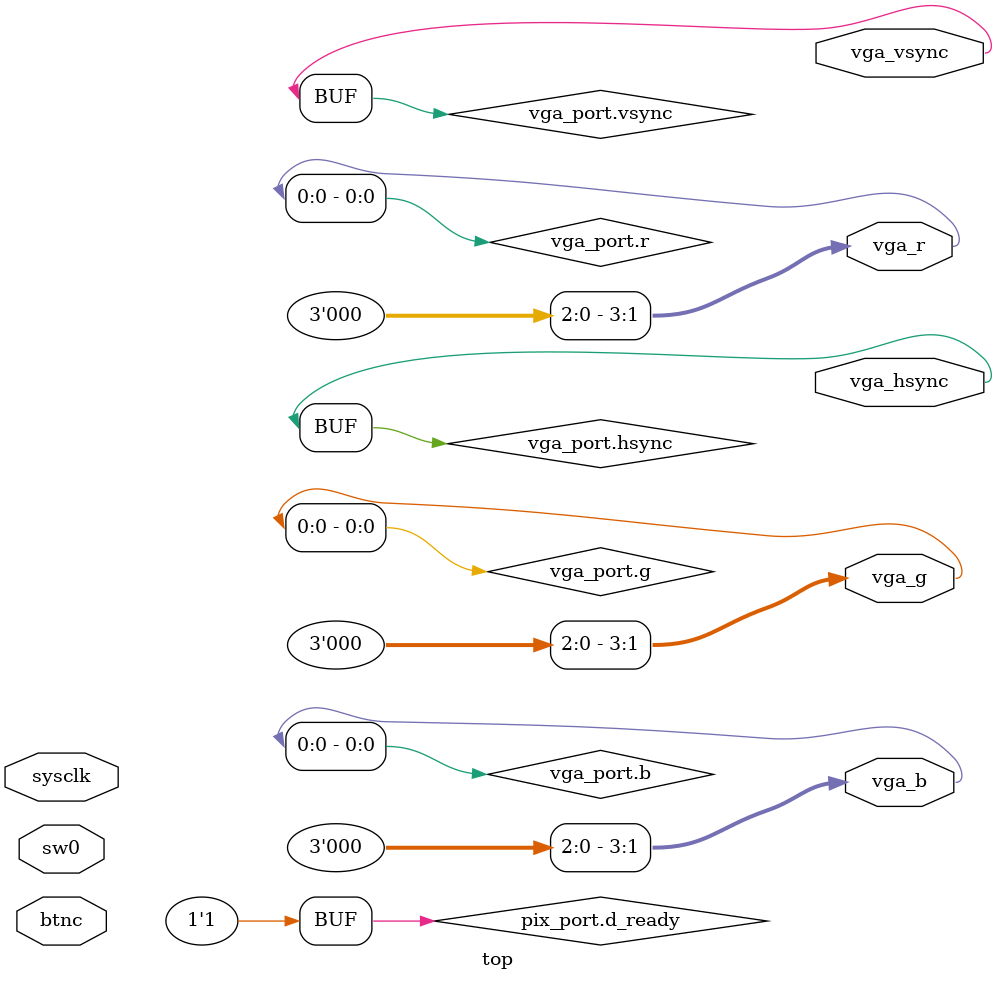
<source format=sv>


`timescale 1ns/1ps
`include "saph_defines.svh"



module top(
    input  logic        sysclk,
    
    input  logic        btnc,
    input  logic        sw0,
    
    output logic[3:0]   vga_r,
    output logic[3:0]   vga_g,
    output logic[3:0]   vga_b,
    output logic        vga_hsync,
    output logic        vga_vsync
);
    saph_pixreadport pix_port();
    assign pix_port.d_ready = 1;
    assign pix_port.q_res   = pix_port.d_trig ? {8'hff, pix_port.d_x[7:0], pix_port.d_y[7:0], 8'h00} : 0;
    
    logic clk;
    param_pll#(100000000, 8, 2) pll(sysclk, clk);
    
    saph_vidport_vga#(4, 4, 4) vga_port();
    assign vga_r        = vga_port.r;
    assign vga_g        = vga_port.g;
    assign vga_b        = vga_port.b;
    assign vga_hsync    = vga_port.hsync;
    assign vga_vsync    = vga_port.vsync;
    
    saph_vidgen_vga vga_gen(
        clk, btnc, sw0,
        9,
        39, 799, 87, 127,
        0, 599, 22, 3,
        pix_port, vga_port
    );
endmodule

</source>
